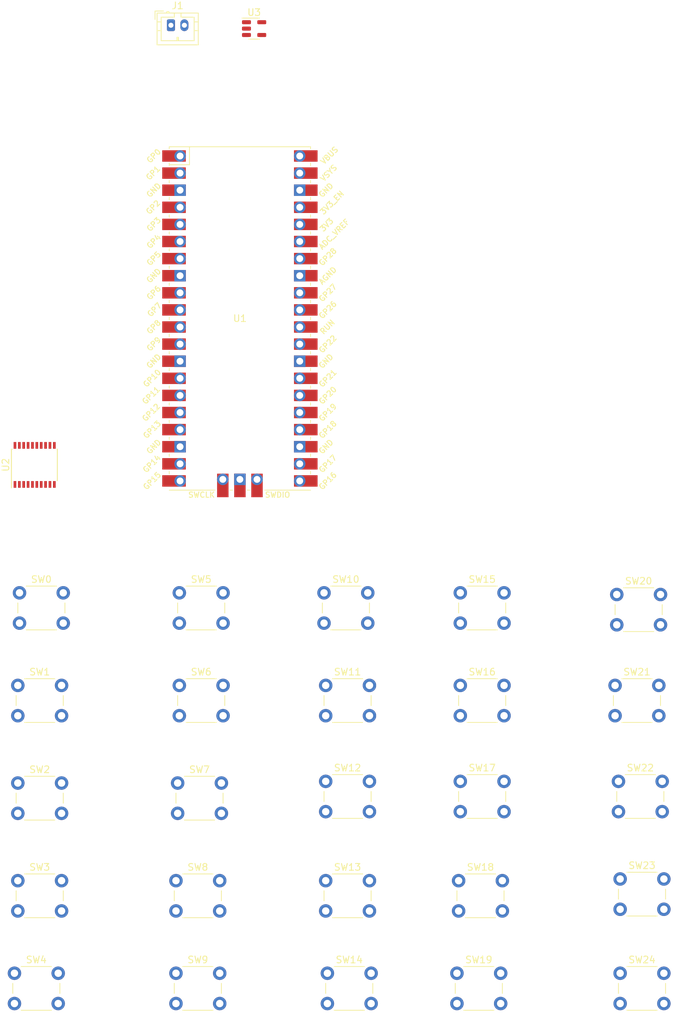
<source format=kicad_pcb>
(kicad_pcb (version 20211014) (generator pcbnew)
  (layers (0 "F.Cu" signal) (31 "B.Cu" signal) (34 "B.Paste" user) (35 "F.Paste" user) (36 "B.SilkS" user "B.Silkscreen") (37 "F.SilkS" user "F.Silkscreen") (38 "B.Mask" user) (39 "F.Mask" user) (44 "Edge.Cuts" user))
  (net 0 "")
  (net 5 "/Col1")
  (net 15 "/Col4")
  (net 17 "/Row2")
  (net 18 "/Row3")
  (net 19 "/Row4")
  (net 20 "/Row5")
  (net 21 "/Col2")
  (net 22 "Net-(SW10-Pad1)")
  (net 23 "/Col3")
  (net 24 "/Col5")
  (net 25 "GND")
  (net 31 "/SDA")
  (net 32 "/SCL")
  (net 47 "/3v3")
  (net 55 "/5V")
  (footprint "Button_Switch_THT:SW_PUSH_6mm_H5mm" (layer "F.Cu") (at 64.5 109.5)
    (fp_text reference "SW5" (at 3.25 -2) (layer "F.SilkS"))
    (fp_text value "SW_Push")
    (fp_line (start -0.25 1.5) (end -0.25 3) (layer "F.SilkS") (width 0.12))
    (fp_line (start 6.75 3) (end 6.75 1.5) (layer "F.SilkS") (width 0.12))
    (fp_line (start 1 5.5) (end 5.5 5.5) (layer "F.SilkS") (width 0.12))
    (fp_line (start 5.5 -1) (end 1 -1) (layer "F.SilkS") (width 0.12))
    (pad "1" thru_hole circle (at 6.5 0 90) (size 2 2) (drill 1.1) (layers *.Cu *.Mask) (net 21 "/Col2"))
    (pad "1" thru_hole circle (at 0 0 90) (size 2 2) (drill 1.1) (layers *.Cu *.Mask) (net 21 "/Col2"))
    (pad "2" thru_hole circle (at 6.5 4.5 90) (size 2 2) (drill 1.1) (layers *.Cu *.Mask) (net 15 "/Col4"))
    (pad "2" thru_hole circle (at 0 4.5 90) (size 2 2) (drill 1.1) (layers *.Cu *.Mask) (net 15 "/Col4"))
  )
  (footprint "Button_Switch_THT:SW_PUSH_6mm_H5mm" (layer "F.Cu") (at 130 166)
    (fp_text reference "SW24" (at 3.25 -2) (layer "F.SilkS"))
    (fp_text value "SW_Push")
    (fp_line (start 1 5.5) (end 5.5 5.5) (layer "F.SilkS") (width 0.12))
    (fp_line (start 5.5 -1) (end 1 -1) (layer "F.SilkS") (width 0.12))
    (fp_line (start -0.25 1.5) (end -0.25 3) (layer "F.SilkS") (width 0.12))
    (fp_line (start 6.75 3) (end 6.75 1.5) (layer "F.SilkS") (width 0.12))
    (pad "1" thru_hole circle (at 0 0 90) (size 2 2) (drill 1.1) (layers *.Cu *.Mask) (net 24 "/Col5"))
    (pad "1" thru_hole circle (at 6.5 0 90) (size 2 2) (drill 1.1) (layers *.Cu *.Mask) (net 24 "/Col5"))
    (pad "2" thru_hole circle (at 6.5 4.5 90) (size 2 2) (drill 1.1) (layers *.Cu *.Mask) (net 20 "/Row5"))
    (pad "2" thru_hole circle (at 0 4.5 90) (size 2 2) (drill 1.1) (layers *.Cu *.Mask) (net 20 "/Row5"))
  )
  (footprint "Connector_JST:JST_PH_B2B-PH-K_1x02_P2.00mm_Vertical" (layer "F.Cu") (at 63.25 25.2)
    (fp_text reference "J1" (at 1 -2.9) (layer "F.SilkS"))
    (fp_text value "Conn_01x02_Female")
    (fp_line (start -2.36 -2.11) (end -2.36 -0.86) (layer "F.SilkS") (width 0.12))
    (fp_line (start 0.9 2.3) (end 0.9 1.8) (layer "F.SilkS") (width 0.12))
    (fp_line (start -2.06 2.91) (end 4.06 2.91) (layer "F.SilkS") (width 0.12))
    (fp_line (start 4.06 -0.5) (end 3.45 -0.5) (layer "F.SilkS") (width 0.12))
    (fp_line (start -2.06 -0.5) (end -1.45 -0.5) (layer "F.SilkS") (width 0.12))
    (fp_line (start 1.5 -1.2) (end 1.5 -1.81) (layer "F.SilkS") (width 0.12))
    (fp_line (start -1.45 2.3) (end 3.45 2.3) (layer "F.SilkS") (width 0.12))
    (fp_line (start 4.06 0.8) (end 3.45 0.8) (layer "F.SilkS") (width 0.12))
    (fp_line (start -0.3 -2.01) (end -0.6 -2.01) (layer "F.SilkS") (width 0.12))
    (fp_line (start 1 2.3) (end 1 1.8) (layer "F.SilkS") (width 0.12))
    (fp_line (start 0.5 -1.81) (end 0.5 -1.2) (layer "F.SilkS") (width 0.12))
    (fp_line (start -1.11 -2.11) (end -2.36 -2.11) (layer "F.SilkS") (width 0.12))
    (fp_line (start -1.45 -1.2) (end -1.45 2.3) (layer "F.SilkS") (width 0.12))
    (fp_line (start -0.6 -2.01) (end -0.6 -1.81) (layer "F.SilkS") (width 0.12))
    (fp_line (start 1.1 1.8) (end 1.1 2.3) (layer "F.SilkS") (width 0.12))
    (fp_line (start -2.06 -1.81) (end -2.06 2.91) (layer "F.SilkS") (width 0.12))
    (fp_line (start 4.06 -1.81) (end -2.06 -1.81) (layer "F.SilkS") (width 0.12))
    (fp_line (start -0.3 -1.81) (end -0.3 -2.01) (layer "F.SilkS") (width 0.12))
    (fp_line (start 3.45 -1.2) (end 1.5 -1.2) (layer "F.SilkS") (width 0.12))
    (fp_line (start 4.06 2.91) (end 4.06 -1.81) (layer "F.SilkS") (width 0.12))
    (fp_line (start -0.3 -1.91) (end -0.6 -1.91) (layer "F.SilkS") (width 0.12))
    (fp_line (start 0.9 1.8) (end 1.1 1.8) (layer "F.SilkS") (width 0.12))
    (fp_line (start 3.45 2.3) (end 3.45 -1.2) (layer "F.SilkS") (width 0.12))
    (fp_line (start -2.06 0.8) (end -1.45 0.8) (layer "F.SilkS") (width 0.12))
    (fp_line (start 0.5 -1.2) (end -1.45 -1.2) (layer "F.SilkS") (width 0.12))
    (pad "1" thru_hole roundrect (at 0 0) (size 1.2 1.75) (drill 0.75) (layers *.Cu *.Mask) (roundrect_rratio 0.208333))
    (pad "2" thru_hole oval (at 2 0) (size 1.2 1.75) (drill 0.75) (layers *.Cu *.Mask))
  )
  (footprint "Button_Switch_THT:SW_PUSH_6mm_H5mm" (layer "F.Cu") (at 40.75 109.5)
    (fp_text reference "SW0" (at 3.25 -2) (layer "F.SilkS"))
    (fp_text value "SW_Push")
    (fp_line (start 6.75 3) (end 6.75 1.5) (layer "F.SilkS") (width 0.12))
    (fp_line (start 1 5.5) (end 5.5 5.5) (layer "F.SilkS") (width 0.12))
    (fp_line (start -0.25 1.5) (end -0.25 3) (layer "F.SilkS") (width 0.12))
    (fp_line (start 5.5 -1) (end 1 -1) (layer "F.SilkS") (width 0.12))
    (pad "1" thru_hole circle (at 6.5 0 90) (size 2 2) (drill 1.1) (layers *.Cu *.Mask) (net 5 "/Col1"))
    (pad "1" thru_hole circle (at 0 0 90) (size 2 2) (drill 1.1) (layers *.Cu *.Mask) (net 5 "/Col1"))
    (pad "2" thru_hole circle (at 6.5 4.5 90) (size 2 2) (drill 1.1) (layers *.Cu *.Mask) (net 15 "/Col4"))
    (pad "2" thru_hole circle (at 0 4.5 90) (size 2 2) (drill 1.1) (layers *.Cu *.Mask) (net 15 "/Col4"))
  )
  (footprint "Package_SO:SSOP-20_4.4x6.5mm_P0.65mm" (layer "F.Cu") (at 43 90.5 90)
    (fp_text reference "U2" (at 0 -4.3 90) (layer "F.SilkS"))
    (fp_text value "PCF8574TS")
    (fp_line (start -2.325 3.375) (end -2.325 3.35) (layer "F.SilkS") (width 0.15))
    (fp_line (start 2.325 -3.45) (end 2.325 -3.35) (layer "F.SilkS") (width 0.15))
    (fp_line (start -3.4 -3.45) (end 2.325 -3.45) (layer "F.SilkS") (width 0.15))
    (fp_line (start 2.325 3.375) (end 2.325 3.35) (layer "F.SilkS") (width 0.15))
    (fp_line (start -2.325 3.375) (end 2.325 3.375) (layer "F.SilkS") (width 0.15))
    (pad "1" smd rect (at -2.9 -2.925 90) (size 1 0.4) (layers "F.Cu" "F.Paste" "F.Mask"))
    (pad "2" smd rect (at -2.9 -2.275 90) (size 1 0.4) (layers "F.Cu" "F.Paste" "F.Mask") (net 32 "/SCL"))
    (pad "3" smd rect (at -2.9 -1.625 90) (size 1 0.4) (layers "F.Cu" "F.Paste" "F.Mask"))
    (pad "4" smd rect (at -2.9 -0.975 90) (size 1 0.4) (layers "F.Cu" "F.Paste" "F.Mask") (net 31 "/SDA"))
    (pad "5" smd rect (at -2.9 -0.325 90) (size 1 0.4) (layers "F.Cu" "F.Paste" "F.Mask") (net 55 "/5V"))
    (pad "6" smd rect (at -2.9 0.325 90) (size 1 0.4) (layers "F.Cu" "F.Paste" "F.Mask"))
    (pad "7" smd rect (at -2.9 0.975 90) (size 1 0.4) (layers "F.Cu" "F.Paste" "F.Mask"))
    (pad "8" smd rect (at -2.9 1.625 90) (size 1 0.4) (layers "F.Cu" "F.Paste" "F.Mask"))
    (pad "9" smd rect (at -2.9 2.275 90) (size 1 0.4) (layers "F.Cu" "F.Paste" "F.Mask"))
    (pad "10" smd rect (at -2.9 2.925 90) (size 1 0.4) (layers "F.Cu" "F.Paste" "F.Mask"))
    (pad "11" smd rect (at 2.9 2.925 90) (size 1 0.4) (layers "F.Cu" "F.Paste" "F.Mask"))
    (pad "12" smd rect (at 2.9 2.275 90) (size 1 0.4) (layers "F.Cu" "F.Paste" "F.Mask"))
    (pad "13" smd rect (at 2.9 1.625 90) (size 1 0.4) (layers "F.Cu" "F.Paste" "F.Mask"))
    (pad "14" smd rect (at 2.9 0.975 90) (size 1 0.4) (layers "F.Cu" "F.Paste" "F.Mask"))
    (pad "15" smd rect (at 2.9 0.325 90) (size 1 0.4) (layers "F.Cu" "F.Paste" "F.Mask") (net 25 "GND"))
    (pad "16" smd rect (at 2.9 -0.325 90) (size 1 0.4) (layers "F.Cu" "F.Paste" "F.Mask"))
    (pad "17" smd rect (at 2.9 -0.975 90) (size 1 0.4) (layers "F.Cu" "F.Paste" "F.Mask"))
    (pad "18" smd rect (at 2.9 -1.625 90) (size 1 0.4) (layers "F.Cu" "F.Paste" "F.Mask"))
    (pad "19" smd rect (at 2.9 -2.275 90) (size 1 0.4) (layers "F.Cu" "F.Paste" "F.Mask"))
    (pad "20" smd rect (at 2.9 -2.925 90) (size 1 0.4) (layers "F.Cu" "F.Paste" "F.Mask"))
  )
  (footprint "Button_Switch_THT:SW_PUSH_6mm_H5mm" (layer "F.Cu") (at 129.5 109.75)
    (fp_text reference "SW20" (at 3.25 -2) (layer "F.SilkS"))
    (fp_text value "SW_Push")
    (fp_line (start -0.25 1.5) (end -0.25 3) (layer "F.SilkS") (width 0.12))
    (fp_line (start 1 5.5) (end 5.5 5.5) (layer "F.SilkS") (width 0.12))
    (fp_line (start 5.5 -1) (end 1 -1) (layer "F.SilkS") (width 0.12))
    (fp_line (start 6.75 3) (end 6.75 1.5) (layer "F.SilkS") (width 0.12))
    (pad "1" thru_hole circle (at 0 0 90) (size 2 2) (drill 1.1) (layers *.Cu *.Mask) (net 24 "/Col5"))
    (pad "1" thru_hole circle (at 6.5 0 90) (size 2 2) (drill 1.1) (layers *.Cu *.Mask) (net 24 "/Col5"))
    (pad "2" thru_hole circle (at 0 4.5 90) (size 2 2) (drill 1.1) (layers *.Cu *.Mask) (net 15 "/Col4"))
    (pad "2" thru_hole circle (at 6.5 4.5 90) (size 2 2) (drill 1.1) (layers *.Cu *.Mask) (net 15 "/Col4"))
  )
  (footprint "Button_Switch_THT:SW_PUSH_6mm_H5mm" (layer "F.Cu") (at 40.5 137.75)
    (fp_text reference "SW2" (at 3.25 -2) (layer "F.SilkS"))
    (fp_text value "SW_Push")
    (fp_line (start 1 5.5) (end 5.5 5.5) (layer "F.SilkS") (width 0.12))
    (fp_line (start 6.75 3) (end 6.75 1.5) (layer "F.SilkS") (width 0.12))
    (fp_line (start 5.5 -1) (end 1 -1) (layer "F.SilkS") (width 0.12))
    (fp_line (start -0.25 1.5) (end -0.25 3) (layer "F.SilkS") (width 0.12))
    (pad "1" thru_hole circle (at 0 0 90) (size 2 2) (drill 1.1) (layers *.Cu *.Mask) (net 5 "/Col1"))
    (pad "1" thru_hole circle (at 6.5 0 90) (size 2 2) (drill 1.1) (layers *.Cu *.Mask) (net 5 "/Col1"))
    (pad "2" thru_hole circle (at 0 4.5 90) (size 2 2) (drill 1.1) (layers *.Cu *.Mask) (net 18 "/Row3"))
    (pad "2" thru_hole circle (at 6.5 4.5 90) (size 2 2) (drill 1.1) (layers *.Cu *.Mask) (net 18 "/Row3"))
  )
  (footprint "Button_Switch_THT:SW_PUSH_6mm_H5mm" (layer "F.Cu") (at 106.25 109.5)
    (fp_text reference "SW15" (at 3.25 -2) (layer "F.SilkS"))
    (fp_text value "SW_Push")
    (fp_line (start 5.5 -1) (end 1 -1) (layer "F.SilkS") (width 0.12))
    (fp_line (start 1 5.5) (end 5.5 5.5) (layer "F.SilkS") (width 0.12))
    (fp_line (start -0.25 1.5) (end -0.25 3) (layer "F.SilkS") (width 0.12))
    (fp_line (start 6.75 3) (end 6.75 1.5) (layer "F.SilkS") (width 0.12))
    (pad "1" thru_hole circle (at 0 0 90) (size 2 2) (drill 1.1) (layers *.Cu *.Mask) (net 23 "/Col3"))
    (pad "1" thru_hole circle (at 6.5 0 90) (size 2 2) (drill 1.1) (layers *.Cu *.Mask) (net 23 "/Col3"))
    (pad "2" thru_hole circle (at 6.5 4.5 90) (size 2 2) (drill 1.1) (layers *.Cu *.Mask) (net 15 "/Col4"))
    (pad "2" thru_hole circle (at 0 4.5 90) (size 2 2) (drill 1.1) (layers *.Cu *.Mask) (net 15 "/Col4"))
  )
  (footprint "Button_Switch_THT:SW_PUSH_6mm_H5mm" (layer "F.Cu") (at 129.75 137.5)
    (fp_text reference "SW22" (at 3.25 -2) (layer "F.SilkS"))
    (fp_text value "SW_Push")
    (fp_line (start 1 5.5) (end 5.5 5.5) (layer "F.SilkS") (width 0.12))
    (fp_line (start 6.75 3) (end 6.75 1.5) (layer "F.SilkS") (width 0.12))
    (fp_line (start -0.25 1.5) (end -0.25 3) (layer "F.SilkS") (width 0.12))
    (fp_line (start 5.5 -1) (end 1 -1) (layer "F.SilkS") (width 0.12))
    (pad "1" thru_hole circle (at 6.5 0 90) (size 2 2) (drill 1.1) (layers *.Cu *.Mask) (net 24 "/Col5"))
    (pad "1" thru_hole circle (at 0 0 90) (size 2 2) (drill 1.1) (layers *.Cu *.Mask) (net 24 "/Col5"))
    (pad "2" thru_hole circle (at 0 4.5 90) (size 2 2) (drill 1.1) (layers *.Cu *.Mask) (net 18 "/Row3"))
    (pad "2" thru_hole circle (at 6.5 4.5 90) (size 2 2) (drill 1.1) (layers *.Cu *.Mask) (net 18 "/Row3"))
  )
  (footprint "Button_Switch_THT:SW_PUSH_6mm_H5mm" (layer "F.Cu") (at 86.25 152.25)
    (fp_text reference "SW13" (at 3.25 -2) (layer "F.SilkS"))
    (fp_text value "SW_Push")
    (fp_line (start 1 5.5) (end 5.5 5.5) (layer "F.SilkS") (width 0.12))
    (fp_line (start 5.5 -1) (end 1 -1) (layer "F.SilkS") (width 0.12))
    (fp_line (start -0.25 1.5) (end -0.25 3) (layer "F.SilkS") (width 0.12))
    (fp_line (start 6.75 3) (end 6.75 1.5) (layer "F.SilkS") (width 0.12))
    (pad "1" thru_hole circle (at 6.5 0 90) (size 2 2) (drill 1.1) (layers *.Cu *.Mask) (net 22 "Net-(SW10-Pad1)"))
    (pad "1" thru_hole circle (at 0 0 90) (size 2 2) (drill 1.1) (layers *.Cu *.Mask) (net 22 "Net-(SW10-Pad1)"))
    (pad "2" thru_hole circle (at 6.5 4.5 90) (size 2 2) (drill 1.1) (layers *.Cu *.Mask) (net 19 "/Row4"))
    (pad "2" thru_hole circle (at 0 4.5 90) (size 2 2) (drill 1.1) (layers *.Cu *.Mask) (net 19 "/Row4"))
  )
  (footprint "Button_Switch_THT:SW_PUSH_6mm_H5mm" (layer "F.Cu") (at 64 152.25)
    (fp_text reference "SW8" (at 3.25 -2) (layer "F.SilkS"))
    (fp_text value "SW_Push")
    (fp_line (start 1 5.5) (end 5.5 5.5) (layer "F.SilkS") (width 0.12))
    (fp_line (start 5.5 -1) (end 1 -1) (layer "F.SilkS") (width 0.12))
    (fp_line (start -0.25 1.5) (end -0.25 3) (layer "F.SilkS") (width 0.12))
    (fp_line (start 6.75 3) (end 6.75 1.5) (layer "F.SilkS") (width 0.12))
    (pad "1" thru_hole circle (at 0 0 90) (size 2 2) (drill 1.1) (layers *.Cu *.Mask) (net 21 "/Col2"))
    (pad "1" thru_hole circle (at 6.5 0 90) (size 2 2) (drill 1.1) (layers *.Cu *.Mask) (net 21 "/Col2"))
    (pad "2" thru_hole circle (at 0 4.5 90) (size 2 2) (drill 1.1) (layers *.Cu *.Mask) (net 19 "/Row4"))
    (pad "2" thru_hole circle (at 6.5 4.5 90) (size 2 2) (drill 1.1) (layers *.Cu *.Mask) (net 19 "/Row4"))
  )
  (footprint "Button_Switch_THT:SW_PUSH_6mm_H5mm" (layer "F.Cu") (at 129.25 123.25)
    (fp_text reference "SW21" (at 3.25 -2) (layer "F.SilkS"))
    (fp_text value "SW_Push")
    (fp_line (start 1 5.5) (end 5.5 5.5) (layer "F.SilkS") (width 0.12))
    (fp_line (start 5.5 -1) (end 1 -1) (layer "F.SilkS") (width 0.12))
    (fp_line (start 6.75 3) (end 6.75 1.5) (layer "F.SilkS") (width 0.12))
    (fp_line (start -0.25 1.5) (end -0.25 3) (layer "F.SilkS") (width 0.12))
    (pad "1" thru_hole circle (at 6.5 0 90) (size 2 2) (drill 1.1) (layers *.Cu *.Mask) (net 24 "/Col5"))
    (pad "1" thru_hole circle (at 0 0 90) (size 2 2) (drill 1.1) (layers *.Cu *.Mask) (net 24 "/Col5"))
    (pad "2" thru_hole circle (at 0 4.5 90) (size 2 2) (drill 1.1) (layers *.Cu *.Mask) (net 17 "/Row2"))
    (pad "2" thru_hole circle (at 6.5 4.5 90) (size 2 2) (drill 1.1) (layers *.Cu *.Mask) (net 17 "/Row2"))
  )
  (footprint "Button_Switch_THT:SW_PUSH_6mm_H5mm" (layer "F.Cu") (at 86.25 137.5)
    (fp_text reference "SW12" (at 3.25 -2) (layer "F.SilkS"))
    (fp_text value "SW_Push")
    (fp_line (start 1 5.5) (end 5.5 5.5) (layer "F.SilkS") (width 0.12))
    (fp_line (start -0.25 1.5) (end -0.25 3) (layer "F.SilkS") (width 0.12))
    (fp_line (start 6.75 3) (end 6.75 1.5) (layer "F.SilkS") (width 0.12))
    (fp_line (start 5.5 -1) (end 1 -1) (layer "F.SilkS") (width 0.12))
    (pad "1" thru_hole circle (at 0 0 90) (size 2 2) (drill 1.1) (layers *.Cu *.Mask) (net 22 "Net-(SW10-Pad1)"))
    (pad "1" thru_hole circle (at 6.5 0 90) (size 2 2) (drill 1.1) (layers *.Cu *.Mask) (net 22 "Net-(SW10-Pad1)"))
    (pad "2" thru_hole circle (at 0 4.5 90) (size 2 2) (drill 1.1) (layers *.Cu *.Mask) (net 18 "/Row3"))
    (pad "2" thru_hole circle (at 6.5 4.5 90) (size 2 2) (drill 1.1) (layers *.Cu *.Mask) (net 18 "/Row3"))
  )
  (footprint "Button_Switch_THT:SW_PUSH_6mm_H5mm" (layer "F.Cu") (at 64.5 123.25)
    (fp_text reference "SW6" (at 3.25 -2) (layer "F.SilkS"))
    (fp_text value "SW_Push")
    (fp_line (start -0.25 1.5) (end -0.25 3) (layer "F.SilkS") (width 0.12))
    (fp_line (start 1 5.5) (end 5.5 5.5) (layer "F.SilkS") (width 0.12))
    (fp_line (start 5.5 -1) (end 1 -1) (layer "F.SilkS") (width 0.12))
    (fp_line (start 6.75 3) (end 6.75 1.5) (layer "F.SilkS") (width 0.12))
    (pad "1" thru_hole circle (at 0 0 90) (size 2 2) (drill 1.1) (layers *.Cu *.Mask) (net 21 "/Col2"))
    (pad "1" thru_hole circle (at 6.5 0 90) (size 2 2) (drill 1.1) (layers *.Cu *.Mask) (net 21 "/Col2"))
    (pad "2" thru_hole circle (at 0 4.5 90) (size 2 2) (drill 1.1) (layers *.Cu *.Mask) (net 17 "/Row2"))
    (pad "2" thru_hole circle (at 6.5 4.5 90) (size 2 2) (drill 1.1) (layers *.Cu *.Mask) (net 17 "/Row2"))
  )
  (footprint "Button_Switch_THT:SW_PUSH_6mm_H5mm" (layer "F.Cu") (at 86.5 166)
    (fp_text reference "SW14" (at 3.25 -2) (layer "F.SilkS"))
    (fp_text value "SW_Push")
    (fp_line (start 5.5 -1) (end 1 -1) (layer "F.SilkS") (width 0.12))
    (fp_line (start 1 5.5) (end 5.5 5.5) (layer "F.SilkS") (width 0.12))
    (fp_line (start 6.75 3) (end 6.75 1.5) (layer "F.SilkS") (width 0.12))
    (fp_line (start -0.25 1.5) (end -0.25 3) (layer "F.SilkS") (width 0.12))
    (pad "1" thru_hole circle (at 6.5 0 90) (size 2 2) (drill 1.1) (layers *.Cu *.Mask) (net 22 "Net-(SW10-Pad1)"))
    (pad "1" thru_hole circle (at 0 0 90) (size 2 2) (drill 1.1) (layers *.Cu *.Mask) (net 22 "Net-(SW10-Pad1)"))
    (pad "2" thru_hole circle (at 6.5 4.5 90) (size 2 2) (drill 1.1) (layers *.Cu *.Mask) (net 20 "/Row5"))
    (pad "2" thru_hole circle (at 0 4.5 90) (size 2 2) (drill 1.1) (layers *.Cu *.Mask) (net 20 "/Row5"))
  )
  (footprint "Button_Switch_THT:SW_PUSH_6mm_H5mm" (layer "F.Cu") (at 40 166)
    (fp_text reference "SW4" (at 3.25 -2) (layer "F.SilkS"))
    (fp_text value "SW_Push")
    (fp_line (start -0.25 1.5) (end -0.25 3) (layer "F.SilkS") (width 0.12))
    (fp_line (start 1 5.5) (end 5.5 5.5) (layer "F.SilkS") (width 0.12))
    (fp_line (start 6.75 3) (end 6.75 1.5) (layer "F.SilkS") (width 0.12))
    (fp_line (start 5.5 -1) (end 1 -1) (layer "F.SilkS") (width 0.12))
    (pad "1" thru_hole circle (at 6.5 0 90) (size 2 2) (drill 1.1) (layers *.Cu *.Mask) (net 5 "/Col1"))
    (pad "1" thru_hole circle (at 0 0 90) (size 2 2) (drill 1.1) (layers *.Cu *.Mask) (net 5 "/Col1"))
    (pad "2" thru_hole circle (at 0 4.5 90) (size 2 2) (drill 1.1) (layers *.Cu *.Mask) (net 20 "/Row5"))
    (pad "2" thru_hole circle (at 6.5 4.5 90) (size 2 2) (drill 1.1) (layers *.Cu *.Mask) (net 20 "/Row5"))
  )
  (footprint "Button_Switch_THT:SW_PUSH_6mm_H5mm" (layer "F.Cu") (at 130 152)
    (fp_text reference "SW23" (at 3.25 -2) (layer "F.SilkS"))
    (fp_text value "SW_Push")
    (fp_line (start 6.75 3) (end 6.75 1.5) (layer "F.SilkS") (width 0.12))
    (fp_line (start 5.5 -1) (end 1 -1) (layer "F.SilkS") (width 0.12))
    (fp_line (start 1 5.5) (end 5.5 5.5) (layer "F.SilkS") (width 0.12))
    (fp_line (start -0.25 1.5) (end -0.25 3) (layer "F.SilkS") (width 0.12))
    (pad "1" thru_hole circle (at 6.5 0 90) (size 2 2) (drill 1.1) (layers *.Cu *.Mask) (net 24 "/Col5"))
    (pad "1" thru_hole circle (at 0 0 90) (size 2 2) (drill 1.1) (layers *.Cu *.Mask) (net 24 "/Col5"))
    (pad "2" thru_hole circle (at 0 4.5 90) (size 2 2) (drill 1.1) (layers *.Cu *.Mask) (net 19 "/Row4"))
    (pad "2" thru_hole circle (at 6.5 4.5 90) (size 2 2) (drill 1.1) (layers *.Cu *.Mask) (net 19 "/Row4"))
  )
  (footprint "Button_Switch_THT:SW_PUSH_6mm_H5mm" (layer "F.Cu") (at 106.25 137.5)
    (fp_text reference "SW17" (at 3.25 -2) (layer "F.SilkS"))
    (fp_text value "SW_Push")
    (fp_line (start 5.5 -1) (end 1 -1) (layer "F.SilkS") (width 0.12))
    (fp_line (start 6.75 3) (end 6.75 1.5) (layer "F.SilkS") (width 0.12))
    (fp_line (start -0.25 1.5) (end -0.25 3) (layer "F.SilkS") (width 0.12))
    (fp_line (start 1 5.5) (end 5.5 5.5) (layer "F.SilkS") (width 0.12))
    (pad "1" thru_hole circle (at 0 0 90) (size 2 2) (drill 1.1) (layers *.Cu *.Mask) (net 23 "/Col3"))
    (pad "1" thru_hole circle (at 6.5 0 90) (size 2 2) (drill 1.1) (layers *.Cu *.Mask) (net 23 "/Col3"))
    (pad "2" thru_hole circle (at 0 4.5 90) (size 2 2) (drill 1.1) (layers *.Cu *.Mask) (net 18 "/Row3"))
    (pad "2" thru_hole circle (at 6.5 4.5 90) (size 2 2) (drill 1.1) (layers *.Cu *.Mask) (net 18 "/Row3"))
  )
  (footprint "Package_TO_SOT_SMD:SOT-23-5" (layer "F.Cu") (at 75.6125 25.7)
    (fp_text reference "U3" (at 0 -2.4) (layer "F.SilkS"))
    (fp_text value "AP2112K-3.3")
    (fp_line (start 0 1.56) (end -0.8 1.56) (layer "F.SilkS") (width 0.12))
    (fp_line (start 0 -1.56) (end 0.8 -1.56) (layer "F.SilkS") (width 0.12))
    (fp_line (start 0 -1.56) (end -1.8 -1.56) (layer "F.SilkS") (width 0.12))
    (fp_line (start 0 1.56) (end 0.8 1.56) (layer "F.SilkS") (width 0.12))
    (pad "1" smd roundrect (at -1.1375 -0.95) (size 1.325 0.6) (layers "F.Cu" "F.Paste" "F.Mask"))
    (pad "2" smd roundrect (at -1.1375 0) (size 1.325 0.6) (layers "F.Cu" "F.Paste" "F.Mask") (net 25 "GND"))
    (pad "3" smd roundrect (at -1.1375 0.95) (size 1.325 0.6) (layers "F.Cu" "F.Paste" "F.Mask"))
    (pad "4" smd roundrect (at 1.1375 0.95) (size 1.325 0.6) (layers "F.Cu" "F.Paste" "F.Mask"))
    (pad "5" smd roundrect (at 1.1375 -0.95) (size 1.325 0.6) (layers "F.Cu" "F.Paste" "F.Mask") (net 47 "/3v3"))
  )
  (footprint "Button_Switch_THT:SW_PUSH_6mm_H5mm" (layer "F.Cu") (at 86 109.5)
    (fp_text reference "SW10" (at 3.25 -2) (layer "F.SilkS"))
    (fp_text value "SW_Push")
    (fp_line (start -0.25 1.5) (end -0.25 3) (layer "F.SilkS") (width 0.12))
    (fp_line (start 6.75 3) (end 6.75 1.5) (layer "F.SilkS") (width 0.12))
    (fp_line (start 5.5 -1) (end 1 -1) (layer "F.SilkS") (width 0.12))
    (fp_line (start 1 5.5) (end 5.5 5.5) (layer "F.SilkS") (width 0.12))
    (pad "1" thru_hole circle (at 0 0 90) (size 2 2) (drill 1.1) (layers *.Cu *.Mask) (net 22 "Net-(SW10-Pad1)"))
    (pad "1" thru_hole circle (at 6.5 0 90) (size 2 2) (drill 1.1) (layers *.Cu *.Mask) (net 22 "Net-(SW10-Pad1)"))
    (pad "2" thru_hole circle (at 0 4.5 90) (size 2 2) (drill 1.1) (layers *.Cu *.Mask) (net 15 "/Col4"))
    (pad "2" thru_hole circle (at 6.5 4.5 90) (size 2 2) (drill 1.1) (layers *.Cu *.Mask) (net 15 "/Col4"))
  )
  (footprint "MCU_RaspberryPi_and_Boards:RPi_Pico_SMD_TH" (layer "F.Cu") (at 73.5 68.75)
    (fp_text reference "U1" (at 0 0) (layer "F.SilkS"))
    (fp_text value "Pico")
    (fp_text user "GND" (at -12.8 19.05 45) (layer "F.SilkS") (effects (font (size 0.8 0.8))))
    (fp_text user "SWCLK" (at -5.7 26.2) (layer "F.SilkS") (effects (font (size 0.8 0.8))))
    (fp_text user "GP6" (at -12.8 -3.81 45) (layer "F.SilkS") (effects (font (size 0.8 0.8))))
    (fp_text user "3V3_EN" (at 13.7 -17.2 45) (layer "F.SilkS") (effects (font (size 0.8 0.8))))
    (fp_text user "GND" (at -12.8 -19.05 45) (layer "F.SilkS") (effects (font (size 0.8 0.8))))
    (fp_text user "GP28" (at 13.054 -9.144 45) (layer "F.SilkS") (effects (font (size 0.8 0.8))))
    (fp_text user "GND" (at -12.8 -6.35 45) (layer "F.SilkS") (effects (font (size 0.8 0.8))))
    (fp_text user "GP19" (at 13.054 13.97 45) (layer "F.SilkS") (effects (font (size 0.8 0.8))))
    (fp_text user "GP5" (at -12.8 -8.89 45) (layer "F.SilkS") (effects (font (size 0.8 0.8))))
    (fp_text user "GP12" (at -13.2 13.97 45) (layer "F.SilkS") (effects (font (size 0.8 0.8))))
    (fp_text user "GP2" (at -12.9 -16.51 45) (layer "F.SilkS") (effects (font (size 0.8 0.8))))
    (fp_text user "VSYS" (at 13.2 -21.59 45) (layer "F.SilkS") (effects (font (size 0.8 0.8))))
    (fp_text user "GP21" (at 13.054 8.9 45) (layer "F.SilkS") (effects (font (size 0.8 0.8))))
    (fp_text user "GP0" (at -12.8 -24.13 45) (layer "F.SilkS") (effects (font (size 0.8 0.8))))
    (fp_text user "GP15" (at -13.054 24.13 45) (layer "F.SilkS") (effects (font (size 0.8 0.8))))
    (fp_text user "GP26" (at 13.054 -1.27 45) (layer "F.SilkS") (effects (font (size 0.8 0.8))))
    (fp_text user "GND" (at -12.8 6.35 45) (layer "F.SilkS") (effects (font (size 0.8 0.8))))
    (fp_text user "GP7" (at -12.7 -1.3 45) (layer "F.SilkS") (effects (font (size 0.8 0.8))))
    (fp_text user "GP14" (at -13.1 21.59 45) (layer "F.SilkS") (effects (font (size 0.8 0.8))))
    (fp_text user "GP20" (at 13.054 11.43 45) (layer "F.SilkS") (effects (font (size 0.8 0.8))))
    (fp_text user "GP17" (at 13.054 21.59 45) (layer "F.SilkS") (effects (font (size 0.8 0.8))))
    (fp_text user "GP1" (at -12.9 -21.6 45) (layer "F.SilkS") (effects (font (size 0.8 0.8))))
    (fp_text user "3V3" (at 12.9 -13.9 45) (layer "F.SilkS") (effects (font (size 0.8 0.8))))
    (fp_text user "VBUS" (at 13.3 -24.2 45) (layer "F.SilkS") (effects (font (size 0.8 0.8))))
    (fp_text user "AGND" (at 13.054 -6.35 45) (layer "F.SilkS") (effects (font (size 0.8 0.8))))
    (fp_text user "GP4" (at -12.8 -11.43 45) (layer "F.SilkS") (effects (font (size 0.8 0.8))))
    (fp_text user "GND" (at 12.8 -19.05 45) (layer "F.SilkS") (effects (font (size 0.8 0.8))))
    (fp_text user "GP22" (at 13.054 3.81 45) (layer "F.SilkS") (effects (font (size 0.8 0.8))))
    (fp_text user "RUN" (at 13 1.27 45) (layer "F.SilkS") (effects (font (size 0.8 0.8))))
    (fp_text user "GP10" (at -13.054 8.89 45) (layer "F.SilkS") (effects (font (size 0.8 0.8))))
    (fp_text user "GND" (at 12.8 6.35 45) (layer "F.SilkS") (effects (font (size 0.8 0.8))))
    (fp_text user "GP13" (at -13.054 16.51 45) (layer "F.SilkS") (effects (font (size 0.8 0.8))))
    (fp_text user "GP3" (at -12.8 -13.97 45) (layer "F.SilkS") (effects (font (size 0.8 0.8))))
    (fp_text user "GND" (at 12.8 19.05 45) (layer "F.SilkS") (effects (font (size 0.8 0.8))))
    (fp_text user "GP9" (at -12.8 3.81 45) (layer "F.SilkS") (effects (font (size 0.8 0.8))))
    (fp_text user "GP11" (at -13.2 11.43 45) (layer "F.SilkS") (effects (font (size 0.8 0.8))))
    (fp_text user "GP18" (at 13.054 16.51 45) (layer "F.SilkS") (effects (font (size 0.8 0.8))))
    (fp_text user "GP8" (at -12.8 1.27 45) (layer "F.SilkS") (effects (font (size 0.8 0.8))))
    (fp_text user "SWDIO" (at 5.6 26.2) (layer "F.SilkS") (effects (font (size 0.8 0.8))))
    (fp_text user "GP27" (at 13.054 -3.8 45) (layer "F.SilkS") (effects (font (size 0.8 0.8))))
    (fp_text user "ADC_VREF" (at 14 -12.5 45) (layer "F.SilkS") (effects (font (size 0.8 0.8))))
    (fp_text user "GP16" (at 13.054 24.13 45) (layer "F.SilkS") (effects (font (size 0.8 0.8))))
    (fp_line (start 10.5 -20.5) (end 10.5 -20.1) (layer "F.SilkS") (width 0.12))
    (fp_line (start -10.5 -20.5) (end -10.5 -20.1) (layer "F.SilkS") (width 0.12))
    (fp_line (start -10.5 -10.4) (end -10.5 -10) (layer "F.SilkS") (width 0.12))
    (fp_line (start -1.5 25.5) (end -1.1 25.5) (layer "F.SilkS") (width 0.12))
    (fp_line (start 10.5 25.5) (end 3.7 25.5) (layer "F.SilkS") (width 0.12))
    (fp_line (start -10.5 -15.4) (end -10.5 -15) (layer "F.SilkS") (width 0.12))
    (fp_line (start -10.5 -2.7) (end -10.5 -2.3) (layer "F.SilkS") (width 0.12))
    (fp_line (start 10.5 -23.1) (end 10.5 -22.7) (layer "F.SilkS") (width 0.12))
    (fp_line (start 10.5 12.5) (end 10.5 12.9) (layer "F.SilkS") (width 0.12))
    (fp_line (start -10.5 -22.833) (end -7.493 -22.833) (layer "F.SilkS") (width 0.12))
    (fp_line (start 10.5 -15.4) (end 10.5 -15) (layer "F.SilkS") (width 0.12))
    (fp_line (start 10.5 4.9) (end 10.5 5.3) (layer "F.SilkS") (width 0.12))
    (fp_line (start -10.5 22.7) (end -10.5 23.1) (layer "F.SilkS") (width 0.12))
    (fp_line (start 10.5 -2.7) (end 10.5 -2.3) (layer "F.SilkS") (width 0.12))
    (fp_line (start -10.5 10) (end -10.5 10.4) (layer "F.SilkS") (width 0.12))
    (fp_line (start -10.5 12.5) (end -10.5 12.9) (layer "F.SilkS") (width 0.12))
    (fp_line (start 10.5 7.4) (end 10.5 7.8) (layer "F.SilkS") (width 0.12))
    (fp_line (start -10.5 -25.5) (end -10.5 -25.2) (layer "F.SilkS") (width 0.12))
    (fp_line (start -10.5 -18) (end -10.5 -17.6) (layer "F.SilkS") (width 0.12))
    (fp_line (start -10.5 17.6) (end -10.5 18) (layer "F.SilkS") (width 0.12))
    (fp_line (start 10.5 -12.9) (end 10.5 -12.5) (layer "F.SilkS") (width 0.12))
    (fp_line (start 10.5 17.6) (end 10.5 18) (layer "F.SilkS") (width 0.12))
    (fp_line (start -10.5 4.9) (end -10.5 5.3) (layer "F.SilkS") (width 0.12))
    (fp_line (start -7.493 -22.833) (end -7.493 -25.5) (layer "F.SilkS") (width 0.12))
    (fp_line (start 10.5 2.3) (end 10.5 2.7) (layer "F.SilkS") (width 0.12))
    (fp_line (start 10.5 -10.4) (end 10.5 -10) (layer "F.SilkS") (width 0.12))
    (fp_line (start -10.5 -25.5) (end 10.5 -25.5) (layer "F.SilkS") (width 0.12))
    (fp_line (start -10.5 20.1) (end -10.5 20.5) (layer "F.SilkS") (width 0.12))
    (fp_line (start 10.5 -25.5) (end 10.5 -25.2) (layer "F.SilkS") (width 0.12))
    (fp_line (start 10.5 15.1) (end 10.5 15.5) (layer "F.SilkS") (width 0.12))
    (fp_line (start 1.1 25.5) (end 1.5 25.5) (layer "F.SilkS") (width 0.12))
    (fp_line (start -10.5 -12.9) (end -10.5 -12.5) (layer "F.SilkS") (width 0.12))
    (fp_line (start -10.5 15.1) (end -10.5 15.5) (layer "F.SilkS") (width 0.12))
    (fp_line (start 10.5 22.7) (end 10.5 23.1) (layer "F.SilkS") (width 0.12))
    (fp_line (start 10.5 -7.8) (end 10.5 -7.4) (layer "F.SilkS") (width 0.12))
    (fp_line (start 10.5 10) (end 10.5 10.4) (layer "F.SilkS") (width 0.12))
    (fp_line (start 10.5 -18) (end 10.5 -17.6) (layer "F.SilkS") (width 0.12))
    (fp_line (start -3.7 25.5) (end -10.5 25.5) (layer "F.SilkS") (width 0.12))
    (fp_line (start -10.5 2.3) (end -10.5 2.7) (layer "F.SilkS") (width 0.12))
    (fp_line (start -10.5 -23.1) (end -10.5 -22.7) (layer "F.SilkS") (width 0.12))
    (fp_line (start 10.5 -5.3) (end 10.5 -4.9) (layer "F.SilkS") (width 0.12))
    (fp_line (start -10.5 -7.8) (end -10.5 -7.4) (layer "F.SilkS") (width 0.12))
    (fp_line (start 10.5 -0.2) (end 10.5 0.2) (layer "F.SilkS") (width 0.12))
    (fp_line (start 10.5 20.1) (end 10.5 20.5) (layer "F.SilkS") (width 0.12))
    (fp_line (start -10.5 -0.2) (end -10.5 0.2) (layer "F.SilkS") (width 0.12))
    (fp_line (start -10.5 7.4) (end -10.5 7.8) (layer "F.SilkS") (width 0.12))
    (fp_line (start -10.5 -5.3) (end -10.5 -4.9) (layer "F.SilkS") (width 0.12))
    (pad "" np_thru_hole oval (at -2.725 -24) (size 1.8 1.8) (drill 1.8) (layers *.Cu *.Mask))
    (pad "" np_thru_hole oval (at -2.425 -20.97) (size 1.5 1.5) (drill 1.5) (layers *.Cu *.Mask))
    (pad "" np_thru_hole oval (at 2.725 -24) (size 1.8 1.8) (drill 1.8) (layers *.Cu *.Mask))
    (pad "" np_thru_hole oval (at 2.425 -20.97) (size 1.5 1.5) (drill 1.5) (layers *.Cu *.Mask))
    (pad "1" smd rect (at -8.89 -24.13) (size 3.5 1.7) (drill (offset -0.9 0)) (layers "F.Cu" "F.Mask") (net 15 "/Col4"))
    (pad "1" thru_hole oval (at -8.89 -24.13) (size 1.7 1.7) (drill 1.02) (layers *.Cu *.Mask) (net 15 "/Col4"))
    (pad "2" smd rect (at -8.89 -21.59) (size 3.5 1.7) (drill (offset -0.9 0)) (layers "F.Cu" "F.Mask") (net 17 "/Row2"))
    (pad "2" thru_hole oval (at -8.89 -21.59) (size 1.7 1.7) (drill 1.02) (layers *.Cu *.Mask) (net 17 "/Row2"))
    (pad "3" smd rect (at -8.89 -19.05) (size 3.5 1.7) (drill (offset -0.9 0)) (layers "F.Cu" "F.Mask") (net 25 "GND"))
    (pad "3" thru_hole rect (at -8.89 -19.05) (size 1.7 1.7) (drill 1.02) (layers *.Cu *.Mask) (net 25 "GND"))
    (pad "4" smd rect (at -8.89 -16.51) (size 3.5 1.7) (drill (offset -0.9 0)) (layers "F.Cu" "F.Mask") (net 18 "/Row3"))
    (pad "4" thru_hole oval (at -8.89 -16.51) (size 1.7 1.7) (drill 1.02) (layers *.Cu *.Mask) (net 18 "/Row3"))
    (pad "5" smd rect (at -8.89 -13.97) (size 3.5 1.7) (drill (offset -0.9 0)) (layers "F.Cu" "F.Mask") (net 19 "/Row4"))
    (pad "5" thru_hole oval (at -8.89 -13.97) (size 1.7 1.7) (drill 1.02) (layers *.Cu *.Mask) (net 19 "/Row4"))
    (pad "6" smd rect (at -8.89 -11.43) (size 3.5 1.7) (drill (offset -0.9 0)) (layers "F.Cu" "F.Mask") (net 20 "/Row5"))
    (pad "6" thru_hole oval (at -8.89 -11.43) (size 1.7 1.7) (drill 1.02) (layers *.Cu *.Mask) (net 20 "/Row5"))
    (pad "7" thru_hole oval (at -8.89 -8.89) (size 1.7 1.7) (drill 1.02) (layers *.Cu *.Mask) (net 5 "/Col1"))
    (pad "7" smd rect (at -8.89 -8.89) (size 3.5 1.7) (drill (offset -0.9 0)) (layers "F.Cu" "F.Mask") (net 5 "/Col1"))
    (pad "8" thru_hole rect (at -8.89 -6.35) (size 1.7 1.7) (drill 1.02) (layers *.Cu *.Mask) (net 25 "GND"))
    (pad "8" smd rect (at -8.89 -6.35) (size 3.5 1.7) (drill (offset -0.9 0)) (layers "F.Cu" "F.Mask") (net 25 "GND"))
    (pad "9" smd rect (at -8.89 -3.81) (size 3.5 1.7) (drill (offset -0.9 0)) (layers "F.Cu" "F.Mask") (net 21 "/Col2"))
    (pad "9" thru_hole oval (at -8.89 -3.81) (size 1.7 1.7) (drill 1.02) (layers *.Cu *.Mask) (net 21 "/Col2"))
    (pad "10" thru_hole oval (at -8.89 -1.27) (size 1.7 1.7) (drill 1.02) (layers *.Cu *.Mask) (net 23 "/Col3"))
    (pad "10" smd rect (at -8.89 -1.27) (size 3.5 1.7) (drill (offset -0.9 0)) (layers "F.Cu" "F.Mask") (net 23 "/Col3"))
    (pad "11" thru_hole oval (at -8.89 1.27) (size 1.7 1.7) (drill 1.02) (layers *.Cu *.Mask) (net 15 "/Col4"))
    (pad "11" smd rect (at -8.89 1.27) (size 3.5 1.7) (drill (offset -0.9 0)) (layers "F.Cu" "F.Mask") (net 15 "/Col4"))
    (pad "12" smd rect (at -8.89 3.81) (size 3.5 1.7) (drill (offset -0.9 0)) (layers "F.Cu" "F.Mask") (net 24 "/Col5"))
    (pad "12" thru_hole oval (at -8.89 3.81) (size 1.7 1.7) (drill 1.02) (layers *.Cu *.Mask) (net 24 "/Col5"))
    (pad "13" thru_hole rect (at -8.89 6.35) (size 1.7 1.7) (drill 1.02) (layers *.Cu *.Mask) (net 25 "GND"))
    (pad "13" smd rect (at -8.89 6.35) (size 3.5 1.7) (drill (offset -0.9 0)) (layers "F.Cu" "F.Mask") (net 25 "GND"))
    (pad "14" thru_hole oval (at -8.89 8.89) (size 1.7 1.7) (drill 1.02) (layers *.Cu *.Mask))
    (pad "14" smd rect (at -8.89 8.89) (size 3.5 1.7) (drill (offset -0.9 0)) (layers "F.Cu" "F.Mask"))
    (pad "15" smd rect (at -8.89 11.43) (size 3.5 1.7) (drill (offset -0.9 0)) (layers "F.Cu" "F.Mask"))
    (pad "15" thru_hole oval (at -8.89 11.43) (size 1.7 1.7) (drill 1.02) (layers *.Cu *.Mask))
    (pad "16" smd rect (at -8.89 13.97) (size 3.5 1.7) (drill (offset -0.9 0)) (layers "F.Cu" "F.Mask"))
    (pad "16" thru_hole oval (at -8.89 13.97) (size 1.7 1.7) (drill 1.02) (layers *.Cu *.Mask))
    (pad "17" smd rect (at -8.89 16.51) (size 3.5 1.7) (drill (offset -0.9 0)) (layers "F.Cu" "F.Mask"))
    (pad "17" thru_hole oval (at -8.89 16.51) (size 1.7 1.7) (drill 1.02) (layers *.Cu *.Mask))
    (pad "18" smd rect (at -8.89 19.05) (size 3.5 1.7) (drill (offset -0.9 0)) (layers "F.Cu" "F.Mask"))
    (pad "18" thru_hole rect (at -8.89 19.05) (size 1.7 1.7) (drill 1.02) (layers *.Cu *.Mask))
    (pad "19" thru_hole oval (at -8.89 21.59) (size 1.7 1.7) (drill 1.02) (layers *.Cu *.Mask) (net 31 "/SDA"))
    (pad "19" smd rect (at -8.89 21.59) (size 3.5 1.7) (drill (offset -0.9 0)) (layers "F.Cu" "F.Mask") (net 31 "/SDA"))
    (pad "20" thru_hole oval (at -8.89 24.13) (size 1.7 1.7) (drill 1.02) (layers *.Cu *.Mask) (net 32 "/SCL"))
    (pad "20" smd rect (at -8.89 24.13) (size 3.5 1.7) (drill (offset -0.9 0)) (layers "F.Cu" "F.Mask") (net 32 "/SCL"))
    (pad "21" smd rect (at 8.89 24.13) (size 3.5 1.7) (drill (offset 0.9 0)) (layers "F.Cu" "F.Mask"))
    (pad "21" thru_hole oval (at 8.89 24.13) (size 1.7 1.7) (drill 1.02) (layers *.Cu *.Mask))
    (pad "22" thru_hole oval (at 8.89 21.59) (size 1.7 1.7) (drill 1.02) (layers *.Cu *.Mask))
    (pad "22" smd rect (at 8.89 21.59) (size 3.5 1.7) (drill (offset 0.9 0)) (layers "F.Cu" "F.Mask"))
    (pad "23" smd rect (at 8.89 19.05) (size 3.5 1.7) (drill (offset 0.9 0)) (layers "F.Cu" "F.Mask"))
    (pad "23" thru_hole rect (at 8.89 19.05) (size 1.7 1.7) (drill 1.02) (layers *.Cu *.Mask))
    (pad "24" thru_hole oval (at 8.89 16.51) (size 1.7 1.7) (drill 1.02) (layers *.Cu *.Mask))
    (pad "24" smd rect (at 8.89 16.51) (size 3.5 1.7) (drill (offset 0.9 0)) (layers "F.Cu" "F.Mask"))
    (pad "25" smd rect (at 8.89 13.97) (size 3.5 1.7) (drill (offset 0.9 0)) (layers "F.Cu" "F.Mask"))
    (pad "25" thru_hole oval (at 8.89 13.97) (size 1.7 1.7) (drill 1.02) (layers *.Cu *.Mask))
    (pad "26" thru_hole oval (at 8.89 11.43) (size 1.7 1.7) (drill 1.02) (layers *.Cu *.Mask))
    (pad "26" smd rect (at 8.89 11.43) (size 3.5 1.7) (drill (offset 0.9 0)) (layers "F.Cu" "F.Mask"))
    (pad "27" smd rect (at 8.89 8.89) (size 3.5 1.7) (drill (offset 0.9 0)) (layers "F.Cu" "F.Mask"))
    (pad "27" thru_hole oval (at 8.89 8.89) (size 1.7 1.7) (drill 1.02) (layers *.Cu *.Mask))
    (pad "28" smd rect (at 8.89 6.35) (size 3.5 1.7) (drill (offset 0.9 0)) (layers "F.Cu" "F.Mask") (net 25 "GND"))
    (pad "28" thru_hole rect (at 8.89 6.35) (size 1.7 1.7) (drill 1.02) (layers *.Cu *.Mask) (net 25 "GND"))
    (pad "29" smd rect (at 8.89 3.81) (size 3.5 1.7) (drill (offset 0.9 0)) (layers "F.Cu" "F.Mask"))
    (pad "29" thru_hole oval (at 8.89 3.81) (size 1.7 1.7) (drill 1.02) (layers *.Cu *.Mask))
    (pad "30" thru_hole oval (at 8.89 1.27) (size 1.7 1.7) (drill 1.02) (layers *.Cu *.Mask))
    (pad "30" smd rect (at 8.89 1.27) (size 3.5 1.7) (drill (offset 0.9 0)) (layers "F.Cu" "F.Mask"))
    (pad "31" smd rect (at 8.89 -1.27) (size 3.5 1.7) (drill (offset 0.9 0)) (layers "F.Cu" "F.Mask"))
    (pad "31" thru_hole oval (at 8.89 -1.27) (size 1.7 1.7) (drill 1.02) (layers *.Cu *.Mask))
    (pad "32" thru_hole oval (at 8.89 -3.81) (size 1.7 1.7) (drill 1.02) (layers *.Cu *.Mask))
    (pad "32" smd rect (at 8.89 -3.81) (size 3.5 1.7) (drill (offset 0.9 0)) (layers "F.Cu" "F.Mask"))
    (pad "33" thru_hole rect (at 8.89 -6.35) (size 1.7 1.7) (drill 1.02) (layers *.Cu *.Mask))
    (pad "33" smd rect (at 8.89 -6.35) (size 3.5 1.7) (drill (offset 0.9 0)) (layers "F.Cu" "F.Mask"))
    (pad "34" smd rect (at 8.89 -8.89) (size 3.5 1.7) (drill (offset 0.9 0)) (layers "F.Cu" "F.Mask"))
    (pad "34" thru_hole oval (at 8.89 -8.89) (size 1.7 1.7) (drill 1.02) (layers *.Cu *.Mask))
    (pad "35" thru_hole oval (at 8.89 -11.43) (size 1.7 1.7) (drill 1.02) (layers *.Cu *.Mask))
    (pad "35" smd rect (at 8.89 -11.43) (size 3.5 1.7) (drill (offset 0.9 0)) (layers "F.Cu" "F.Mask"))
    (pad "36" thru_hole oval (at 8.89 -13.97) (size 1.7 1.7) (drill 1.02) (layers *.Cu *.Mask) (net 47 "/3v3"))
    (pad "36" smd rect (at 8.89 -13.97) (size 3.5 1.7) (drill (offset 0.9 0)) (layers "F.Cu" "F.Mask") (net 47 "/3v3"))
    (pad "37" thru_hole oval (at 8.89 -16.51) (size 1.7 1.7) (drill 1.02) (layers *.Cu *.Mask))
    (pad "37" smd rect (at 8.89 -16.51) (size 3.5 1.7) (drill (offset 0.9 0)) (layers "F.Cu" "F.Mask"))
    (pad "38" thru_hole rect (at 8.89 -19.05) (size 1.7 1.7) (drill 1.02) (layers *.Cu *.Mask))
    (pad "38" smd rect (at 8.89 -19.05) (size 3.5 1.7) (drill (offset 0.9 0)) (layers "F.Cu" "F.Mask"))
    (pad "39" smd rect (at 8.89 -21.59) (size 3.5 1.7) (drill (offset 0.9 0)) (layers "F.Cu" "F.Mask"))
    (pad "39" thru_hole oval (at 8.89 -21.59) (size 1.7 1.7) (drill 1.02) (layers *.Cu *.Mask))
    (pad "40" thru_hole oval (at 8.89 -24.13) (size 1.7 1.7) (drill 1.02) (layers *.Cu *.Mask))
    (pad "40" smd rect (at 8.89 -24.13) (size 3.5 1.7) (drill (offset 0.9 0)) (layers "F.Cu" "F.Mask"))
    (pad "41" thru_hole oval (at -2.54 23.9) (size 1.7 1.7) (drill 1.02) (layers *.Cu *.Mask))
    (pad "41" smd rect (at -2.54 23.9 90) (size 3.5 1.7) (drill (offset -0.9 0)) (layers "F.Cu" "F.Mask"))
    (pad "42" smd rect (at 0 23.9 90) (size 3.5 1.7) (drill (offset -0.9 0)) (layers "F.Cu" "F.Mask"))
    (pad "42" thru_hole rect (at 0 23.9) (size 1.7 1.7) (drill 1.02) (layers *.Cu *.Mask))
    (pad "43" thru_hole oval (at 2.54 23.9) (size 1.7 1.7) (drill 1.02) (layers *.Cu *.Mask))
    (pad "43" smd rect (at 2.54 23.9 90) (size 3.5 1.7) (drill (offset -0.9 0)) (layers "F.Cu" "F.Mask"))
  )
  (footprint "Button_Switch_THT:SW_PUSH_6mm_H5mm" (layer "F.Cu") (at 64 166)
    (fp_text reference "SW9" (at 3.25 -2) (layer "F.SilkS"))
    (fp_text value "SW_Push")
    (fp_line (start -0.25 1.5) (end -0.25 3) (layer "F.SilkS") (width 0.12))
    (fp_line (start 6.75 3) (end 6.75 1.5) (layer "F.SilkS") (width 0.12))
    (fp_line (start 1 5.5) (end 5.5 5.5) (layer "F.SilkS") (width 0.12))
    (fp_line (start 5.5 -1) (end 1 -1) (layer "F.SilkS") (width 0.12))
    (pad "1" thru_hole circle (at 6.5 0 90) (size 2 2) (drill 1.1) (layers *.Cu *.Mask) (net 21 "/Col2"))
    (pad "1" thru_hole circle (at 0 0 90) (size 2 2) (drill 1.1) (layers *.Cu *.Mask) (net 21 "/Col2"))
    (pad "2" thru_hole circle (at 6.5 4.5 90) (size 2 2) (drill 1.1) (layers *.Cu *.Mask) (net 20 "/Row5"))
    (pad "2" thru_hole circle (at 0 4.5 90) (size 2 2) (drill 1.1) (layers *.Cu *.Mask) (net 20 "/Row5"))
  )
  (footprint "Button_Switch_THT:SW_PUSH_6mm_H5mm" (layer "F.Cu") (at 106 152.25)
    (fp_text reference "SW18" (at 3.25 -2) (layer "F.SilkS"))
    (fp_text value "SW_Push")
    (fp_line (start -0.25 1.5) (end -0.25 3) (layer "F.SilkS") (width 0.12))
    (fp_line (start 6.75 3) (end 6.75 1.5) (layer "F.SilkS") (width 0.12))
    (fp_line (start 1 5.5) (end 5.5 5.5) (layer "F.SilkS") (width 0.12))
    (fp_line (start 5.5 -1) (end 1 -1) (layer "F.SilkS") (width 0.12))
    (pad "1" thru_hole circle (at 0 0 90) (size 2 2) (drill 1.1) (layers *.Cu *.Mask) (net 23 "/Col3"))
    (pad "1" thru_hole circle (at 6.5 0 90) (size 2 2) (drill 1.1) (layers *.Cu *.Mask) (net 23 "/Col3"))
    (pad "2" thru_hole circle (at 6.5 4.5 90) (size 2 2) (drill 1.1) (layers *.Cu *.Mask) (net 19 "/Row4"))
    (pad "2" thru_hole circle (at 0 4.5 90) (size 2 2) (drill 1.1) (layers *.Cu *.Mask) (net 19 "/Row4"))
  )
  (footprint "Button_Switch_THT:SW_PUSH_6mm_H5mm" (layer "F.Cu") (at 40.5 123.25)
    (fp_text reference "SW1" (at 3.25 -2) (layer "F.SilkS"))
    (fp_text value "SW_Push")
    (fp_line (start 1 5.5) (end 5.5 5.5) (layer "F.SilkS") (width 0.12))
    (fp_line (start -0.25 1.5) (end -0.25 3) (layer "F.SilkS") (width 0.12))
    (fp_line (start 5.5 -1) (end 1 -1) (layer "F.SilkS") (width 0.12))
    (fp_line (start 6.75 3) (end 6.75 1.5) (layer "F.SilkS") (width 0.12))
    (pad "1" thru_hole circle (at 6.5 0 90) (size 2 2) (drill 1.1) (layers *.Cu *.Mask) (net 5 "/Col1"))
    (pad "1" thru_hole circle (at 0 0 90) (size 2 2) (drill 1.1) (layers *.Cu *.Mask) (net 5 "/Col1"))
    (pad "2" thru_hole circle (at 6.5 4.5 90) (size 2 2) (drill 1.1) (layers *.Cu *.Mask) (net 17 "/Row2"))
    (pad "2" thru_hole circle (at 0 4.5 90) (size 2 2) (drill 1.1) (layers *.Cu *.Mask) (net 17 "/Row2"))
  )
  (footprint "Button_Switch_THT:SW_PUSH_6mm_H5mm" (layer "F.Cu") (at 105.75 166)
    (fp_text reference "SW19" (at 3.25 -2) (layer "F.SilkS"))
    (fp_text value "SW_Push")
    (fp_line (start 6.75 3) (end 6.75 1.5) (layer "F.SilkS") (width 0.12))
    (fp_line (start -0.25 1.5) (end -0.25 3) (layer "F.SilkS") (width 0.12))
    (fp_line (start 1 5.5) (end 5.5 5.5) (layer "F.SilkS") (width 0.12))
    (fp_line (start 5.5 -1) (end 1 -1) (layer "F.SilkS") (width 0.12))
    (pad "1" thru_hole circle (at 6.5 0 90) (size 2 2) (drill 1.1) (layers *.Cu *.Mask) (net 23 "/Col3"))
    (pad "1" thru_hole circle (at 0 0 90) (size 2 2) (drill 1.1) (layers *.Cu *.Mask) (net 23 "/Col3"))
    (pad "2" thru_hole circle (at 6.5 4.5 90) (size 2 2) (drill 1.1) (layers *.Cu *.Mask) (net 20 "/Row5"))
    (pad "2" thru_hole circle (at 0 4.5 90) (size 2 2) (drill 1.1) (layers *.Cu *.Mask) (net 20 "/Row5"))
  )
  (footprint "Button_Switch_THT:SW_PUSH_6mm_H5mm" (layer "F.Cu") (at 86.25 123.25)
    (fp_text reference "SW11" (at 3.25 -2) (layer "F.SilkS"))
    (fp_text value "SW_Push")
    (fp_line (start 6.75 3) (end 6.75 1.5) (layer "F.SilkS") (width 0.12))
    (fp_line (start 5.5 -1) (end 1 -1) (layer "F.SilkS") (width 0.12))
    (fp_line (start -0.25 1.5) (end -0.25 3) (layer "F.SilkS") (width 0.12))
    (fp_line (start 1 5.5) (end 5.5 5.5) (layer "F.SilkS") (width 0.12))
    (pad "1" thru_hole circle (at 6.5 0 90) (size 2 2) (drill 1.1) (layers *.Cu *.Mask) (net 22 "Net-(SW10-Pad1)"))
    (pad "1" thru_hole circle (at 0 0 90) (size 2 2) (drill 1.1) (layers *.Cu *.Mask) (net 22 "Net-(SW10-Pad1)"))
    (pad "2" thru_hole circle (at 6.5 4.5 90) (size 2 2) (drill 1.1) (layers *.Cu *.Mask) (net 17 "/Row2"))
    (pad "2" thru_hole circle (at 0 4.5 90) (size 2 2) (drill 1.1) (layers *.Cu *.Mask) (net 17 "/Row2"))
  )
  (footprint "Button_Switch_THT:SW_PUSH_6mm_H5mm" (layer "F.Cu") (at 64.25 137.75)
    (fp_text reference "SW7" (at 3.25 -2) (layer "F.SilkS"))
    (fp_text value "SW_Push")
    (fp_line (start 6.75 3) (end 6.75 1.5) (layer "F.SilkS") (width 0.12))
    (fp_line (start 5.5 -1) (end 1 -1) (layer "F.SilkS") (width 0.12))
    (fp_line (start 1 5.5) (end 5.5 5.5) (layer "F.SilkS") (width 0.12))
    (fp_line (start -0.25 1.5) (end -0.25 3) (layer "F.SilkS") (width 0.12))
    (pad "1" thru_hole circle (at 6.5 0 90) (size 2 2) (drill 1.1) (layers *.Cu *.Mask) (net 21 "/Col2"))
    (pad "1" thru_hole circle (at 0 0 90) (size 2 2) (drill 1.1) (layers *.Cu *.Mask) (net 21 "/Col2"))
    (pad "2" thru_hole circle (at 6.5 4.5 90) (size 2 2) (drill 1.1) (layers *.Cu *.Mask) (net 18 "/Row3"))
    (pad "2" thru_hole circle (at 0 4.5 90) (size 2 2) (drill 1.1) (layers *.Cu *.Mask) (net 18 "/Row3"))
  )
  (footprint "Button_Switch_THT:SW_PUSH_6mm_H5mm" (layer "F.Cu") (at 40.5 152.25)
    (fp_text reference "SW3" (at 3.25 -2) (layer "F.SilkS"))
    (fp_text value "SW_Push")
    (fp_line (start 5.5 -1) (end 1 -1) (layer "F.SilkS") (width 0.12))
    (fp_line (start 1 5.5) (end 5.5 5.5) (layer "F.SilkS") (width 0.12))
    (fp_line (start -0.25 1.5) (end -0.25 3) (layer "F.SilkS") (width 0.12))
    (fp_line (start 6.75 3) (end 6.75 1.5) (layer "F.SilkS") (width 0.12))
    (pad "1" thru_hole circle (at 6.5 0 90) (size 2 2) (drill 1.1) (layers *.Cu *.Mask) (net 5 "/Col1"))
    (pad "1" thru_hole circle (at 0 0 90) (size 2 2) (drill 1.1) (layers *.Cu *.Mask) (net 5 "/Col1"))
    (pad "2" thru_hole circle (at 0 4.5 90) (size 2 2) (drill 1.1) (layers *.Cu *.Mask) (net 19 "/Row4"))
    (pad "2" thru_hole circle (at 6.5 4.5 90) (size 2 2) (drill 1.1) (layers *.Cu *.Mask) (net 19 "/Row4"))
  )
  (footprint "Button_Switch_THT:SW_PUSH_6mm_H5mm" (layer "F.Cu") (at 106.25 123.25)
    (fp_text reference "SW16" (at 3.25 -2) (layer "F.SilkS"))
    (fp_text value "SW_Push")
    (fp_line (start 6.75 3) (end 6.75 1.5) (layer "F.SilkS") (width 0.12))
    (fp_line (start 5.5 -1) (end 1 -1) (layer "F.SilkS") (width 0.12))
    (fp_line (start -0.25 1.5) (end -0.25 3) (layer "F.SilkS") (width 0.12))
    (fp_line (start 1 5.5) (end 5.5 5.5) (layer "F.SilkS") (width 0.12))
    (pad "1" thru_hole circle (at 0 0 90) (size 2 2) (drill 1.1) (layers *.Cu *.Mask) (net 23 "/Col3"))
    (pad "1" thru_hole circle (at 6.5 0 90) (size 2 2) (drill 1.1) (layers *.Cu *.Mask) (net 23 "/Col3"))
    (pad "2" thru_hole circle (at 0 4.5 90) (size 2 2) (drill 1.1) (layers *.Cu *.Mask) (net 17 "/Row2"))
    (pad "2" thru_hole circle (at 6.5 4.5 90) (size 2 2) (drill 1.1) (layers *.Cu *.Mask) (net 17 "/Row2"))
  )
)
</source>
